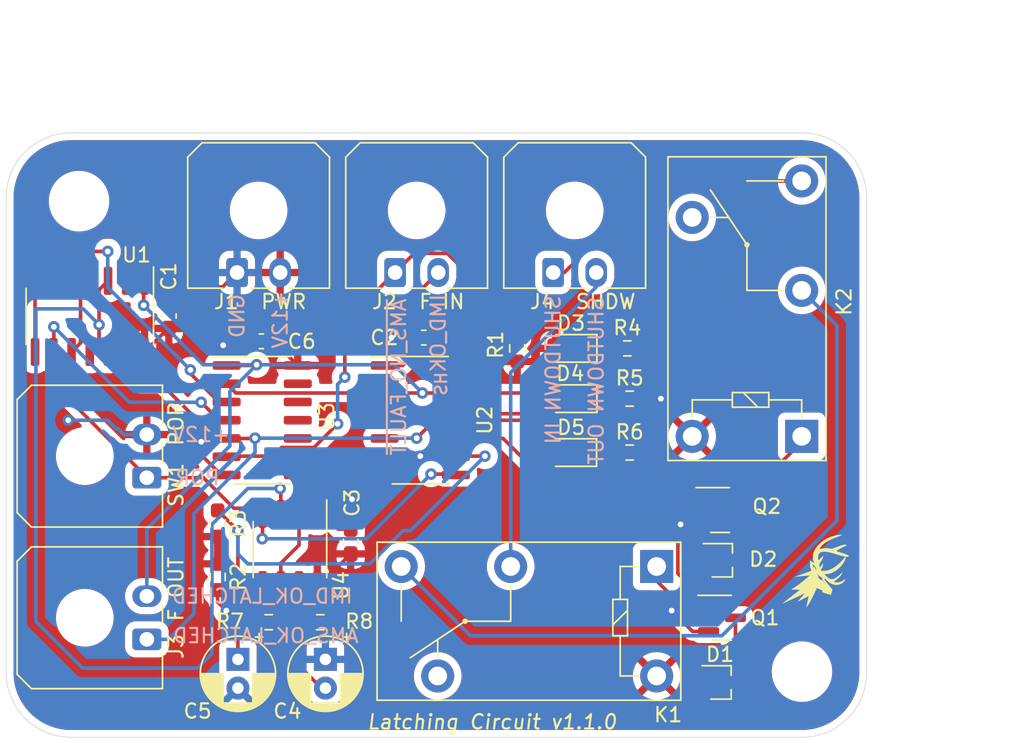
<source format=kicad_pcb>
(kicad_pcb (version 20211014) (generator pcbnew)
  (title_block (title "Latch Circuit") (date "01/01/2002") (rev "1.1.0") (company "SUFST") (comment 1 "STAG 9") (comment 2 "Marek Frodyma"))
  (layers (0 "F.Cu" signal) (31 "B.Cu" signal) (34 "B.Paste" user) (35 "F.Paste" user) (36 "B.SilkS" user "B.Silkscreen") (37 "F.SilkS" user "F.Silkscreen") (38 "B.Mask" user) (39 "F.Mask" user) (44 "Edge.Cuts" user))
  (net 0 "")
  (net 1 "Net-(C4-Pad1)")
  (net 2 "GND")
  (net 3 "Net-(D1-Pad1)")
  (net 5 "+12V")
  (net 6 "Net-(D2-Pad1)")
  (net 8 "Net-(D3-Pad1)")
  (net 9 "/IMD_OK_LATCHED")
  (net 10 "Net-(D4-Pad1)")
  (net 11 "/AMS_OK_LATCHED")
  (net 12 "/~{AMS_NO_FAULT}")
  (net 13 "/IMD_OK_{HS}")
  (net 14 "/SHUTDOWN_IN")
  (net 15 "/SHUTDOWN_OUT")
  (net 16 "Net-(K1-Pad3)")
  (net 19 "/POR")
  (net 21 "/Trigger")
  (net 22 "Net-(D5-Pad1)")
  (net 23 "Net-(Q1-Pad1)")
  (net 25 "Net-(U2-Pad2)")
  (net 26 "Net-(Q2-Pad1)")
  (net 27 "Net-(R7-Pad2)")
  (net 28 "/CLK")
  (net 29 "Net-(U1-Pad5)")
  (net 30 "Net-(U1-Pad9)")
  (footprint "MountingHole:MountingHole_3.2mm_M3" (layer "F.Cu") (at 162.105519 110.75)
    (fp_text reference "H2" hide)
    (fp_text value "MountingHole")
    (pad "" np_thru_hole circle (at 0 0) (size 3.2 3.2) (drill 3.2) (layers *.Cu *.Mask))
  )
  (footprint "Package_SO:SOIC-14_3.9x8.7mm_P1.27mm" (layer "F.Cu") (at 112.5375 86.025 -90)
    (fp_text reference "U1" (at -4.275 -3.25 180) (layer "F.SilkS"))
    (fp_text value "4013")
    (pad "1" smd roundrect (at -2.475 -3.81 270) (size 1.95 0.6) (layers "F.Cu" "F.Paste" "F.Mask") (net 9 "/IMD_OK_LATCHED"))
    (pad "2" smd roundrect (at -2.475 -2.54 270) (size 1.95 0.6) (layers "F.Cu" "F.Paste" "F.Mask"))
    (pad "3" smd roundrect (at -2.475 -1.27 270) (size 1.95 0.6) (layers "F.Cu" "F.Paste" "F.Mask") (net 28 "/CLK"))
    (pad "4" smd roundrect (at -2.475 0 270) (size 1.95 0.6) (layers "F.Cu" "F.Paste" "F.Mask") (net 19 "/POR"))
    (pad "5" smd roundrect (at -2.475 1.27 270) (size 1.95 0.6) (layers "F.Cu" "F.Paste" "F.Mask") (net 29 "Net-(U1-Pad5)"))
    (pad "6" smd roundrect (at -2.475 2.54 270) (size 1.95 0.6) (layers "F.Cu" "F.Paste" "F.Mask") (net 2 "GND"))
    (pad "7" smd roundrect (at -2.475 3.81 270) (size 1.95 0.6) (layers "F.Cu" "F.Paste" "F.Mask") (net 2 "GND"))
    (pad "8" smd roundrect (at 2.475 3.81 270) (size 1.95 0.6) (layers "F.Cu" "F.Paste" "F.Mask") (net 2 "GND"))
    (pad "9" smd roundrect (at 2.475 2.54 270) (size 1.95 0.6) (layers "F.Cu" "F.Paste" "F.Mask") (net 30 "Net-(U1-Pad9)"))
    (pad "10" smd roundrect (at 2.475 1.27 270) (size 1.95 0.6) (layers "F.Cu" "F.Paste" "F.Mask") (net 19 "/POR"))
    (pad "11" smd roundrect (at 2.475 0 270) (size 1.95 0.6) (layers "F.Cu" "F.Paste" "F.Mask") (net 28 "/CLK"))
    (pad "12" smd roundrect (at 2.475 -1.27 270) (size 1.95 0.6) (layers "F.Cu" "F.Paste" "F.Mask"))
    (pad "13" smd roundrect (at 2.475 -2.54 270) (size 1.95 0.6) (layers "F.Cu" "F.Paste" "F.Mask") (net 11 "/AMS_OK_LATCHED"))
    (pad "14" smd roundrect (at 2.475 -3.81 270) (size 1.95 0.6) (layers "F.Cu" "F.Paste" "F.Mask") (net 5 "+12V"))
  )
  (footprint "Resistor_SMD:R_0603_1608Metric_Pad0.98x0.95mm_HandSolder" (layer "F.Cu") (at 142.2875 88.25 90)
    (fp_text reference "R1" (at 0.25 -1.5 90) (layer "F.SilkS"))
    (fp_text value "10k")
    (pad "1" smd roundrect (at -0.9125 0 90) (size 0.975 0.95) (layers "F.Cu" "F.Paste" "F.Mask") (net 5 "+12V"))
    (pad "2" smd roundrect (at 0.9125 0 90) (size 0.975 0.95) (layers "F.Cu" "F.Paste" "F.Mask") (net 12 "/~{AMS_NO_FAULT}"))
  )
  (footprint "LED_SMD:LED_0805_2012Metric_Pad1.15x1.40mm_HandSolder" (layer "F.Cu") (at 145.975 88.25 180)
    (fp_text reference "D3" (at -0.0625 1.75) (layer "F.SilkS"))
    (fp_text value "LED")
    (pad "1" smd roundrect (at -1.025 0 180) (size 1.15 1.4) (layers "F.Cu" "F.Paste" "F.Mask") (roundrect_rratio 0.217391) (net 8 "Net-(D3-Pad1)"))
    (pad "2" smd roundrect (at 1.025 0 180) (size 1.15 1.4) (layers "F.Cu" "F.Paste" "F.Mask") (roundrect_rratio 0.217391) (net 5 "+12V"))
  )
  (footprint "LOGO" (layer "F.Cu") (at 163.0375 103.75)
    (fp_text reference "G***" hide)
    (fp_text value "LOGO" hide)
  )
  (footprint "Package_SO:SOIC-8_3.9x4.9mm_P1.27mm" (layer "F.Cu") (at 126.4675 102.25 -90)
    (fp_text reference "U4" (at 2.5 -3.57 90) (layer "F.SilkS"))
    (fp_text value "LMC555xM")
    (pad "1" smd roundrect (at -2.475 -1.905 270) (size 1.95 0.6) (layers "F.Cu" "F.Paste" "F.Mask") (net 2 "GND"))
    (pad "2" smd roundrect (at -2.475 -0.635 270) (size 1.95 0.6) (layers "F.Cu" "F.Paste" "F.Mask") (net 21 "/Trigger"))
    (pad "3" smd roundrect (at -2.475 0.635 270) (size 1.95 0.6) (layers "F.Cu" "F.Paste" "F.Mask") (net 28 "/CLK"))
    (pad "4" smd roundrect (at -2.475 1.905 270) (size 1.95 0.6) (layers "F.Cu" "F.Paste" "F.Mask") (net 19 "/POR"))
    (pad "5" smd roundrect (at 2.475 1.905 270) (size 1.95 0.6) (layers "F.Cu" "F.Paste" "F.Mask"))
    (pad "6" smd roundrect (at 2.475 0.635 270) (size 1.95 0.6) (layers "F.Cu" "F.Paste" "F.Mask") (net 21 "/Trigger"))
    (pad "7" smd roundrect (at 2.475 -0.635 270) (size 1.95 0.6) (layers "F.Cu" "F.Paste" "F.Mask") (net 27 "Net-(R7-Pad2)"))
    (pad "8" smd roundrect (at 2.475 -1.905 270) (size 1.95 0.6) (layers "F.Cu" "F.Paste" "F.Mask") (net 5 "+12V"))
  )
  (footprint "Resistor_SMD:R_0603_1608Metric_Pad0.98x0.95mm_HandSolder" (layer "F.Cu") (at 124.9875 107.31)
    (fp_text reference "R7" (at -2.7 -0.06) (layer "F.SilkS"))
    (fp_text value "2k")
    (pad "1" smd roundrect (at -0.9125 0) (size 0.975 0.95) (layers "F.Cu" "F.Paste" "F.Mask") (net 21 "/Trigger"))
    (pad "2" smd roundrect (at 0.9125 0) (size 0.975 0.95) (layers "F.Cu" "F.Paste" "F.Mask") (net 27 "Net-(R7-Pad2)"))
  )
  (footprint "Resistor_SMD:R_0603_1608Metric_Pad0.98x0.95mm_HandSolder" (layer "F.Cu") (at 150.1125 91.75)
    (fp_text reference "R5" (at 0 -1.43) (layer "F.SilkS"))
    (fp_text value "1k")
    (pad "1" smd roundrect (at -0.9125 0) (size 0.975 0.95) (layers "F.Cu" "F.Paste" "F.Mask") (net 10 "Net-(D4-Pad1)"))
    (pad "2" smd roundrect (at 0.9125 0) (size 0.975 0.95) (layers "F.Cu" "F.Paste" "F.Mask") (net 2 "GND"))
  )
  (footprint "Connector_Molex:Molex_Micro-Fit_3.0_43650-0200_1x02_P3.00mm_Horizontal" (layer "F.Cu") (at 133.7875 82.97)
    (fp_text reference "J2" (at -0.75 2.03) (layer "F.SilkS"))
    (fp_text value "IMD_AMS")
    (pad "" np_thru_hole circle (at 1.5 -4.32) (size 3 3) (drill 3) (layers *.Cu *.Mask))
    (pad "1" thru_hole roundrect (at 0 0) (size 1.5 2.02) (drill 1.02) (layers *.Cu *.Mask) (roundrect_rratio 0.166667) (net 12 "/~{AMS_NO_FAULT}"))
    (pad "2" thru_hole oval (at 3 0) (size 1.5 2.02) (drill 1.02) (layers *.Cu *.Mask) (net 13 "/IMD_OK_{HS}"))
  )
  (footprint "Capacitor_THT:CP_Radial_D5.0mm_P2.00mm" (layer "F.Cu") (at 128.9375 109.894888 -90)
    (fp_text reference "C5" (at 3.605112 8.9 180) (layer "F.SilkS"))
    (fp_text value "1u")
    (pad "1" thru_hole rect (at 0 0 270) (size 1.6 1.6) (drill 0.8) (layers *.Cu *.Mask) (net 2 "GND"))
    (pad "2" thru_hole circle (at 2 0 270) (size 1.6 1.6) (drill 0.8) (layers *.Cu *.Mask) (net 21 "/Trigger"))
  )
  (footprint "Resistor_SMD:R_0603_1608Metric_Pad0.98x0.95mm_HandSolder" (layer "F.Cu") (at 149.95 88.25)
    (fp_text reference "R4" (at 0 -1.43) (layer "F.SilkS"))
    (fp_text value "1k")
    (pad "1" smd roundrect (at -0.9125 0) (size 0.975 0.95) (layers "F.Cu" "F.Paste" "F.Mask") (net 8 "Net-(D3-Pad1)"))
    (pad "2" smd roundrect (at 0.9125 0) (size 0.975 0.95) (layers "F.Cu" "F.Paste" "F.Mask") (net 2 "GND"))
  )
  (footprint "Resistor_SMD:R_0603_1608Metric_Pad0.98x0.95mm_HandSolder" (layer "F.Cu") (at 121.4375 100.44 -90)
    (fp_text reference "R3" (at 0 -1.43 90) (layer "F.SilkS"))
    (fp_text value "10k")
    (pad "1" smd roundrect (at -0.9125 0 270) (size 0.975 0.95) (layers "F.Cu" "F.Paste" "F.Mask") (net 1 "Net-(C4-Pad1)"))
    (pad "2" smd roundrect (at 0.9125 0 270) (size 0.975 0.95) (layers "F.Cu" "F.Paste" "F.Mask") (net 5 "+12V"))
  )
  (footprint "Package_SO:SOIC-14_3.9x8.7mm_P1.27mm" (layer "F.Cu") (at 124.5375 93.25)
    (fp_text reference "U3" (at 4.5 -0.25 90) (layer "F.SilkS"))
    (fp_text value "4071")
    (pad "1" smd roundrect (at -2.475 -3.81) (size 1.95 0.6) (layers "F.Cu" "F.Paste" "F.Mask") (net 9 "/IMD_OK_LATCHED"))
    (pad "2" smd roundrect (at -2.475 -2.54) (size 1.95 0.6) (layers "F.Cu" "F.Paste" "F.Mask") (net 25 "Net-(U2-Pad2)"))
    (pad "3" smd roundrect (at -2.475 -1.27) (size 1.95 0.6) (layers "F.Cu" "F.Paste" "F.Mask") (net 29 "Net-(U1-Pad5)"))
    (pad "4" smd roundrect (at -2.475 0) (size 1.95 0.6) (layers "F.Cu" "F.Paste" "F.Mask") (net 30 "Net-(U1-Pad9)"))
    (pad "5" smd roundrect (at -2.475 1.27) (size 1.95 0.6) (layers "F.Cu" "F.Paste" "F.Mask") (net 11 "/AMS_OK_LATCHED"))
    (pad "6" smd roundrect (at -2.475 2.54) (size 1.95 0.6) (layers "F.Cu" "F.Paste" "F.Mask") (net 12 "/~{AMS_NO_FAULT}"))
    (pad "7" smd roundrect (at -2.475 3.81) (size 1.95 0.6) (layers "F.Cu" "F.Paste" "F.Mask") (net 2 "GND"))
    (pad "8" smd roundrect (at 2.475 3.81) (size 1.95 0.6) (layers "F.Cu" "F.Paste" "F.Mask"))
    (pad "9" smd roundrect (at 2.475 2.54) (size 1.95 0.6) (layers "F.Cu" "F.Paste" "F.Mask"))
    (pad "10" smd roundrect (at 2.475 1.27) (size 1.95 0.6) (layers "F.Cu" "F.Paste" "F.Mask"))
    (pad "11" smd roundrect (at 2.475 0) (size 1.95 0.6) (layers "F.Cu" "F.Paste" "F.Mask"))
    (pad "12" smd roundrect (at 2.475 -1.27) (size 1.95 0.6) (layers "F.Cu" "F.Paste" "F.Mask"))
    (pad "13" smd roundrect (at 2.475 -2.54) (size 1.95 0.6) (layers "F.Cu" "F.Paste" "F.Mask"))
    (pad "14" smd roundrect (at 2.475 -3.81) (size 1.95 0.6) (layers "F.Cu" "F.Paste" "F.Mask") (net 5 "+12V"))
  )
  (footprint "Package_TO_SOT_SMD:SOT-23" (layer "F.Cu") (at 156.5375 107)
    (fp_text reference "Q1" (at 3 0) (layer "F.SilkS"))
    (fp_text value "XP262N7002TR-G")
    (pad "1" smd roundrect (at -0.9375 -0.95) (size 1.475 0.6) (layers "F.Cu" "F.Paste" "F.Mask") (net 23 "Net-(Q1-Pad1)"))
    (pad "2" smd roundrect (at -0.9375 0.95) (size 1.475 0.6) (layers "F.Cu" "F.Paste" "F.Mask") (net 2 "GND"))
    (pad "3" smd roundrect (at 0.9375 0) (size 1.475 0.6) (layers "F.Cu" "F.Paste" "F.Mask") (net 3 "Net-(D1-Pad1)"))
  )
  (footprint "Capacitor_THT:CP_Radial_D5.0mm_P2.00mm" (layer "F.Cu") (at 122.8475 109.894888 -90)
    (fp_text reference "C4" (at 3.605112 -3.44 180) (layer "F.SilkS"))
    (fp_text value "10u")
    (pad "1" thru_hole rect (at 0 0 270) (size 1.6 1.6) (drill 0.8) (layers *.Cu *.Mask) (net 1 "Net-(C4-Pad1)"))
    (pad "2" thru_hole circle (at 2 0 270) (size 1.6 1.6) (drill 0.8) (layers *.Cu *.Mask) (net 2 "GND"))
  )
  (footprint "Resistor_SMD:R_0603_1608Metric_Pad0.98x0.95mm_HandSolder" (layer "F.Cu") (at 128.5775 107.31)
    (fp_text reference "R8" (at 2.71 -0.06) (layer "F.SilkS"))
    (fp_text value "1k")
    (pad "1" smd roundrect (at -0.9125 0) (size 0.975 0.95) (layers "F.Cu" "F.Paste" "F.Mask") (net 27 "Net-(R7-Pad2)"))
    (pad "2" smd roundrect (at 0.9125 0) (size 0.975 0.95) (layers "F.Cu" "F.Paste" "F.Mask") (net 5 "+12V"))
  )
  (footprint "Capacitor_SMD:C_0603_1608Metric_Pad1.08x0.95mm_HandSolder" (layer "F.Cu") (at 124.48 87.76 180)
    (fp_text reference "C6" (at -2.8075 -0.01) (layer "F.SilkS"))
    (fp_text value "100n")
    (pad "1" smd roundrect (at -0.8625 0 180) (size 1.075 0.95) (layers "F.Cu" "F.Paste" "F.Mask") (net 5 "+12V"))
    (pad "2" smd roundrect (at 0.8625 0 180) (size 1.075 0.95) (layers "F.Cu" "F.Paste" "F.Mask") (net 2 "GND"))
  )
  (footprint "Package_TO_SOT_SMD:SOT-323_SC-70" (layer "F.Cu") (at 156.4475 111.5)
    (fp_text reference "D1" (at -0.05 -1.95) (layer "F.SilkS"))
    (fp_text value "BAT54W")
    (pad "1" smd rect (at -1 -0.65 270) (size 0.45 0.7) (layers "F.Cu" "F.Paste" "F.Mask") (net 3 "Net-(D1-Pad1)"))
    (pad "2" smd rect (at -1 0.65 270) (size 0.45 0.7) (layers "F.Cu" "F.Paste" "F.Mask"))
    (pad "3" smd rect (at 1 0 270) (size 0.45 0.7) (layers "F.Cu" "F.Paste" "F.Mask") (net 5 "+12V"))
  )
  (footprint "Connector_Molex:Molex_Micro-Fit_3.0_43650-0200_1x02_P3.00mm_Horizontal" (layer "F.Cu") (at 144.7875 82.97)
    (fp_text reference "J4" (at -0.75 2.03) (layer "F.SilkS"))
    (fp_text value "Shutdown")
    (pad "" np_thru_hole circle (at 1.5 -4.32) (size 3 3) (drill 3) (layers *.Cu *.Mask))
    (pad "1" thru_hole roundrect (at 0 0) (size 1.5 2.02) (drill 1.02) (layers *.Cu *.Mask) (roundrect_rratio 0.166667) (net 14 "/SHUTDOWN_IN"))
    (pad "2" thru_hole oval (at 3 0) (size 1.5 2.02) (drill 1.02) (layers *.Cu *.Mask) (net 15 "/SHUTDOWN_OUT"))
  )
  (footprint "Connector_Molex:Molex_Micro-Fit_3.0_43650-0200_1x02_P3.00mm_Horizontal" (layer "F.Cu") (at 122.7875 82.97)
    (fp_text reference "J1" (at -0.75 2.03 180) (layer "F.SilkS"))
    (fp_text value "12V_Power")
    (pad "" np_thru_hole circle (at 1.5 -4.32) (size 3 3) (drill 3) (layers *.Cu *.Mask))
    (pad "1" thru_hole roundrect (at 0 0) (size 1.5 2.02) (drill 1.02) (layers *.Cu *.Mask) (roundrect_rratio 0.166667) (net 2 "GND"))
    (pad "2" thru_hole oval (at 3 0) (size 1.5 2.02) (drill 1.02) (layers *.Cu *.Mask) (net 5 "+12V"))
  )
  (footprint "LED_SMD:LED_0805_2012Metric_Pad1.15x1.40mm_HandSolder" (layer "F.Cu") (at 145.975 91.75 180)
    (fp_text reference "D4" (at 0 1.75) (layer "F.SilkS"))
    (fp_text value "LED")
    (pad "1" smd roundrect (at -1.025 0 180) (size 1.15 1.4) (layers "F.Cu" "F.Paste" "F.Mask") (roundrect_rratio 0.217391) (net 10 "Net-(D4-Pad1)"))
    (pad "2" smd roundrect (at 1.025 0 180) (size 1.15 1.4) (layers "F.Cu" "F.Paste" "F.Mask") (roundrect_rratio 0.217391) (net 9 "/IMD_OK_LATCHED"))
  )
  (footprint "Relay_THT:Relay_SPDT_Omron-G5Q-1" (layer "F.Cu") (at 151.9925 103.43 180)
    (fp_text reference "K1" (at -0.795 -10.32) (layer "F.SilkS"))
    (fp_text value "G5Q-1EU DC12")
    (pad "1" thru_hole rect (at 0 0) (size 2.3 2.3) (drill 1.3) (layers *.Cu *.Mask) (net 3 "Net-(D1-Pad1)"))
    (pad "2" thru_hole circle (at 10.16 0) (size 2.3 2.3) (drill 1.3) (layers *.Cu *.Mask) (net 15 "/SHUTDOWN_OUT"))
    (pad "3" thru_hole circle (at 17.78 0) (size 2.3 2.3) (drill 1.3) (layers *.Cu *.Mask) (net 16 "Net-(K1-Pad3)"))
    (pad "4" thru_hole circle (at 15.24 -7.62) (size 2.3 2.3) (drill 1.3) (layers *.Cu *.Mask))
    (pad "5" thru_hole circle (at 0 -7.62) (size 2.3 2.3) (drill 1.3) (layers *.Cu *.Mask) (net 5 "+12V"))
  )
  (footprint "Package_TO_SOT_SMD:SOT-23" (layer "F.Cu") (at 156.4075 99.5)
    (fp_text reference "Q2" (at 3.25 -0.25) (layer "F.SilkS"))
    (fp_text value "XP262N7002TR-G")
    (pad "1" smd roundrect (at -0.9375 -0.95) (size 1.475 0.6) (layers "F.Cu" "F.Paste" "F.Mask") (net 26 "Net-(Q2-Pad1)"))
    (pad "2" smd roundrect (at -0.9375 0.95) (size 1.475 0.6) (layers "F.Cu" "F.Paste" "F.Mask") (net 2 "GND"))
    (pad "3" smd roundrect (at 0.9375 0) (size 1.475 0.6) (layers "F.Cu" "F.Paste" "F.Mask") (net 6 "Net-(D2-Pad1)"))
  )
  (footprint "Package_TO_SOT_SMD:SOT-323_SC-70" (layer "F.Cu") (at 156.5375 103)
    (fp_text reference "D2" (at 2.87 -0.07) (layer "F.SilkS"))
    (fp_text value "BAT54W")
    (pad "1" smd rect (at -1 -0.65 270) (size 0.45 0.7) (layers "F.Cu" "F.Paste" "F.Mask") (net 6 "Net-(D2-Pad1)"))
    (pad "2" smd rect (at -1 0.65 270) (size 0.45 0.7) (layers "F.Cu" "F.Paste" "F.Mask"))
    (pad "3" smd rect (at 1 0 270) (size 0.45 0.7) (layers "F.Cu" "F.Paste" "F.Mask") (net 5 "+12V"))
  )
  (footprint "Capacitor_SMD:C_0603_1608Metric_Pad1.08x0.95mm_HandSolder" (layer "F.Cu") (at 130.6975 101.69 90)
    (fp_text reference "C3" (at 2.69 0.09 270) (layer "F.SilkS"))
    (fp_text value "100n")
    (pad "1" smd roundrect (at -0.8625 0 90) (size 1.075 0.95) (layers "F.Cu" "F.Paste" "F.Mask") (net 5 "+12V"))
    (pad "2" smd roundrect (at 0.8625 0 90) (size 1.075 0.95) (layers "F.Cu" "F.Paste" "F.Mask") (net 2 "GND"))
  )
  (footprint "Capacitor_SMD:C_0603_1608Metric_Pad1.08x0.95mm_HandSolder" (layer "F.Cu") (at 118.0375 86 90)
    (fp_text reference "C1" (at 2.75 0 90) (layer "F.SilkS"))
    (fp_text value "100n")
    (pad "1" smd roundrect (at -0.8625 0 90) (size 1.075 0.95) (layers "F.Cu" "F.Paste" "F.Mask") (net 5 "+12V"))
    (pad "2" smd roundrect (at 0.8625 0 90) (size 1.075 0.95) (layers "F.Cu" "F.Paste" "F.Mask") (net 2 "GND"))
  )
  (footprint "LED_SMD:LED_0805_2012Metric_Pad1.15x1.40mm_HandSolder" (layer "F.Cu") (at 145.95 95.5 180)
    (fp_text reference "D5" (at -0.0875 1.75) (layer "F.SilkS"))
    (fp_text value "LED")
    (pad "1" smd roundrect (at -1.025 0 180) (size 1.15 1.4) (layers "F.Cu" "F.Paste" "F.Mask") (roundrect_rratio 0.217391) (net 22 "Net-(D5-Pad1)"))
    (pad "2" smd roundrect (at 1.025 0 180) (size 1.15 1.4) (layers "F.Cu" "F.Paste" "F.Mask") (roundrect_rratio 0.217391) (net 11 "/AMS_OK_LATCHED"))
  )
  (footprint "Connector_Molex:Molex_Micro-Fit_3.0_43650-0200_1x02_P3.00mm_Horizontal" (layer "F.Cu") (at 116.5075 97.25 90)
    (fp_text reference "SW1" (at -0.5 2.03 90) (layer "F.SilkS"))
    (fp_text value "Reset")
    (pad "" np_thru_hole circle (at 1.5 -4.32 90) (size 3 3) (drill 3) (layers *.Cu *.Mask))
    (pad "1" thru_hole roundrect (at 0 0 90) (size 1.5 2.02) (drill 1.02) (layers *.Cu *.Mask) (roundrect_rratio 0.166667) (net 19 "/POR"))
    (pad "2" thru_hole oval (at 3 0 90) (size 1.5 2.02) (drill 1.02) (layers *.Cu *.Mask) (net 5 "+12V"))
  )
  (footprint "Capacitor_SMD:C_0603_1608Metric_Pad1.08x0.95mm_HandSolder" (layer "F.Cu") (at 135.7875 87.5 180)
    (fp_text reference "C2" (at 2.75 0) (layer "F.SilkS"))
    (fp_text value "100n")
    (pad "1" smd roundrect (at -0.8625 0 180) (size 1.075 0.95) (layers "F.Cu" "F.Paste" "F.Mask") (net 5 "+12V"))
    (pad "2" smd roundrect (at 0.8625 0 180) (size 1.075 0.95) (layers "F.Cu" "F.Paste" "F.Mask") (net 2 "GND"))
  )
  (footprint "Package_SO:SO-14_3.9x8.65mm_P1.27mm" (layer "F.Cu") (at 135.5375 93.25)
    (fp_text reference "U2" (at 4.5 0 90) (layer "F.SilkS"))
    (fp_text value "40106")
    (pad "1" smd roundrect (at -2.475 -3.81) (size 1.95 0.6) (layers "F.Cu" "F.Paste" "F.Mask") (net 13 "/IMD_OK_{HS}"))
    (pad "2" smd roundrect (at -2.475 -2.54) (size 1.95 0.6) (layers "F.Cu" "F.Paste" "F.Mask") (net 25 "Net-(U2-Pad2)"))
    (pad "3" smd roundrect (at -2.475 -1.27) (size 1.95 0.6) (layers "F.Cu" "F.Paste" "F.Mask") (net 9 "/IMD_OK_LATCHED"))
    (pad "4" smd roundrect (at -2.475 0) (size 1.95 0.6) (layers "F.Cu" "F.Paste" "F.Mask") (net 26 "Net-(Q2-Pad1)"))
    (pad "5" smd roundrect (at -2.475 1.27) (size 1.95 0.6) (layers "F.Cu" "F.Paste" "F.Mask"))
    (pad "6" smd roundrect (at -2.475 2.54) (size 1.95 0.6) (layers "F.Cu" "F.Paste" "F.Mask"))
    (pad "7" smd roundrect (at -2.475 3.81) (size 1.95 0.6) (layers "F.Cu" "F.Paste" "F.Mask") (net 2 "GND"))
    (pad "8" smd roundrect (at 2.475 3.81) (size 1.95 0.6) (layers "F.Cu" "F.Paste" "F.Mask") (net 19 "/POR"))
    (pad "9" smd roundrect (at 2.475 2.54) (size 1.95 0.6) (layers "F.Cu" "F.Paste" "F.Mask") (net 1 "Net-(C4-Pad1)"))
    (pad "10" smd roundrect (at 2.475 1.27) (size 1.95 0.6) (layers "F.Cu" "F.Paste" "F.Mask") (net 23 "Net-(Q1-Pad1)"))
    (pad "11" smd roundrect (at 2.475 0) (size 1.95 0.6) (layers "F.Cu" "F.Paste" "F.Mask") (net 11 "/AMS_OK_LATCHED"))
    (pad "12" smd roundrect (at 2.475 -1.27) (size 1.95 0.6) (layers "F.Cu" "F.Paste" "F.Mask"))
    (pad "13" smd roundrect (at 2.475 -2.54) (size 1.95 0.6) (layers "F.Cu" "F.Paste" "F.Mask"))
    (pad "14" smd roundrect (at 2.475 -3.81) (size 1.95 0.6) (layers "F.Cu" "F.Paste" "F.Mask") (net 5 "+12V"))
  )
  (footprint "Connector_Molex:Molex_Micro-Fit_3.0_43650-0200_1x02_P3.00mm_Horizontal" (layer "F.Cu") (at 116.5075 108.5 90)
    (fp_text reference "J3" (at -0.5 2.03 90) (layer "F.SilkS"))
    (fp_text value "ExternalLEDs")
    (pad "" np_thru_hole circle (at 1.5 -4.32 90) (size 3 3) (drill 3) (layers *.Cu *.Mask))
    (pad "1" thru_hole roundrect (at 0 0 90) (size 1.5 2.02) (drill 1.02) (layers *.Cu *.Mask) (roundrect_rratio 0.166667) (net 11 "/AMS_OK_LATCHED"))
    (pad "2" thru_hole oval (at 3 0 90) (size 1.5 2.02) (drill 1.02) (layers *.Cu *.Mask) (net 9 "/IMD_OK_LATCHED"))
  )
  (footprint "MountingHole:MountingHole_3.2mm_M3" (layer "F.Cu") (at 111.7875 78)
    (fp_text reference "H1" hide)
    (fp_text value "MountingHole")
    (pad "" np_thru_hole circle (at 0 0) (size 3.2 3.2) (drill 3.2) (layers *.Cu *.Mask))
  )
  (footprint "Relay_THT:Relay_SPDT_Omron-G5Q-1" (layer "F.Cu") (at 162.0875 94.375 90)
    (fp_text reference "K2" (at 9.375 2.95 90) (layer "F.SilkS"))
    (fp_text value "G5Q-1EU DC12")
    (pad "1" thru_hole rect (at 0 0 270) (size 2.3 2.3) (drill 1.3) (layers *.Cu *.Mask) (net 6 "Net-(D2-Pad1)"))
    (pad "2" thru_hole circle (at 10.16 0 270) (size 2.3 2.3) (drill 1.3) (layers *.Cu *.Mask) (net 16 "Net-(K1-Pad3)"))
    (pad "3" thru_hole circle (at 17.78 0 270) (size 2.3 2.3) (drill 1.3) (layers *.Cu *.Mask) (net 14 "/SHUTDOWN_IN"))
    (pad "4" thru_hole circle (at 15.24 -7.62 270) (size 2.3 2.3) (drill 1.3) (layers *.Cu *.Mask))
    (pad "5" thru_hole circle (at 0 -7.62 270) (size 2.3 2.3) (drill 1.3) (layers *.Cu *.Mask) (net 5 "+12V"))
  )
  (footprint "Resistor_SMD:R_0603_1608Metric_Pad0.98x0.95mm_HandSolder" (layer "F.Cu") (at 121.4375 104.16 -90)
    (fp_text reference "R2" (at 0 -1.43 90) (layer "F.SilkS"))
    (fp_text value "10k")
    (pad "1" smd roundrect (at -0.9125 0 270) (size 0.975 0.95) (layers "F.Cu" "F.Paste" "F.Mask") (net 5 "+12V"))
    (pad "2" smd roundrect (at 0.9125 0 270) (size 0.975 0.95) (layers "F.Cu" "F.Paste" "F.Mask") (net 2 "GND"))
  )
  (footprint "Resistor_SMD:R_0603_1608Metric_Pad0.98x0.95mm_HandSolder" (layer "F.Cu") (at 150.1125 95.5)
    (fp_text reference "R6" (at 0 -1.43) (layer "F.SilkS"))
    (fp_text value "1k")
    (pad "1" smd roundrect (at -0.9125 0) (size 0.975 0.95) (layers "F.Cu" "F.Paste" "F.Mask") (net 22 "Net-(D5-Pad1)"))
    (pad "2" smd roundrect (at 0.9125 0) (size 0.975 0.95) (layers "F.Cu" "F.Paste" "F.Mask") (net 2 "GND"))
  )
  (gr_line (start 166.605519 110.818019) (end 166.605519 77.75) (layer "Edge.Cuts") (width 0.05))
  (gr_line (start 162.105519 115.318019) (end 111.219481 115.318019) (layer "Edge.Cuts") (width 0.05))
  (gr_line (start 111.219481 73.25) (end 162.105519 73.25) (layer "Edge.Cuts") (width 0.05))
  (gr_arc (start 162.105519 73.25) (mid 165.287487 74.568026) (end 166.605519 77.75) (layer "Edge.Cuts") (width 0.05))
  (gr_arc (start 111.219481 115.318019) (mid 108.037506 113.999994) (end 106.719481 110.818019) (layer "Edge.Cuts") (width 0.05))
  (gr_line (start 106.719481 110.818019) (end 106.719481 77.75) (layer "Edge.Cuts") (width 0.05))
  (gr_arc (start 106.719481 77.75) (mid 108.037499 74.568013) (end 111.219481 73.25) (layer "Edge.Cuts") (width 0.05))
  (gr_arc (start 166.605519 110.818019) (mid 165.287494 113.999994) (end 162.105519 115.318019) (layer "Edge.Cuts") (width 0.05))
  (gr_text "~{AMS_NO_FAULT}" (at 134.0375 90.25 90) (layer "B.SilkS") (effects (font (size 1 1)) (justify mirror)))
  (gr_text "IMD_OK_{HS}" (at 136.7875 88 90) (layer "B.SilkS") (effects (font (size 1 1)) (justify mirror)))
  (gr_text "GND" (at 122.7875 86 90) (layer "B.SilkS") (effects (font (size 1 1)) (justify mirror)))
  (gr_text "AMS_OK_LATCHED" (at 124.7875 108.25) (layer "B.SilkS") (effects (font (size 1 1)) (justify mirror)))
  (gr_text "SHUTDOWN IN" (at 144.7875 89.75 90) (layer "B.SilkS") (effects (font (size 1 1)) (justify mirror)))
  (gr_text "+12V" (at 120.2875 94.25) (layer "B.SilkS") (effects (font (size 1 1)) (justify mirror)))
  (gr_text "POR" (at 120.0375 97.25) (layer "B.SilkS") (effects (font (size 1 1)) (justify mirror)))
  (gr_text "SHUTDOWN OUT" (at 147.7875 90.5 90) (layer "B.SilkS") (effects (font (size 1 1)) (justify mirror)))
  (gr_text "IMD_OK_LATCHED" (at 124.5375 105.5) (layer "B.SilkS") (effects (font (size 1 1)) (justify mirror)))
  (gr_text "+12V" (at 125.7875 86.25 90) (layer "B.SilkS") (effects (font (size 1 1)) (justify mirror)))
  (gr_text "POR" (at 118.5375 93.5 90) (layer "F.SilkS") (effects (font (size 1 1))))
  (gr_text "F IN" (at 137.0375 85) (layer "F.SilkS") (effects (font (size 1 1))))
  (gr_text "Latching Circuit v1.1.0" (at 140.5375 114.25) (layer "F.SilkS") (effects (font (size 1 1) (thickness 0.15) italic)))
  (gr_text "F OUT" (at 118.5375 105 90) (layer "F.SilkS") (effects (font (size 1 1))))
  (gr_text "PWR" (at 126.0375 85) (layer "F.SilkS") (effects (font (size 1 1))))
  (gr_text "SHDW" (at 148.439267 85) (layer "F.SilkS") (effects (font (size 1 1))))
  (segment (start 138.0525 95.75) (end 138.0125 95.79) (width 0.25) (layer "F.Cu") (net 1))
  (segment (start 121.4375 99.5275) (end 122.8475 100.9375) (width 0.25) (layer "F.Cu") (net 1))
  (segment (start 140.0375 95.75) (end 138.0525 95.75) (width 0.25) (layer "F.Cu") (net 1))
  (segment (start 122.8475 100.9375) (end 122.8475 109.894888) (width 0.25) (layer "F.Cu") (net 1))
  (via (at 122.8475 100.9375) (size 0.8) (drill 0.4) (layers "F.Cu" "B.Cu") (net 1))
  (via (at 140.0375 95.75) (size 0.8) (drill 0.4) (layers "F.Cu" "B.Cu") (net 1))
  (segment (start 134.85 100.9375) (end 140.0375 95.75) (width 0.25) (layer "B.Cu") (net 1))
  (segment (start 123.5375 103.25) (end 132.0375 103.25) (width 0.25) (layer "B.Cu") (net 1))
  (segment (start 122.8475 102.56) (end 123.5375 103.25) (width 0.25) (layer "B.Cu") (net 1))
  (segment (start 122.8475 100.9375) (end 122.8475 102.56) (width 0.25) (layer "B.Cu") (net 1))
  (segment (start 132.0375 103.25) (end 134.35 100.9375) (width 0.25) (layer "B.Cu") (net 1))
  (segment (start 134.35 100.9375) (end 134.85 100.9375) (width 0.25) (layer "B.Cu") (net 1))
  (segment (start 122.095749 87.76) (end 121.821625 88.034125) (width 0.25) (layer "F.Cu") (net 2))
  (segment (start 130.7875 98.75) (end 130.7875 100.7375) (width 0.25) (layer "F.Cu") (net 2))
  (segment (start 118.0375 83.593249) (end 114.944251 80.5) (width 0.25) (layer "F.Cu") (net 2))
  (segment (start 123.6175 87.76) (end 122.095749 87.76) (width 0.25) (layer "F.Cu") (net 2))
  (segment (start 118.0375 85.1375) (end 118.0375 83.593249) (width 0.25) (layer "F.Cu") (net 2))
  (segment (start 155.6 107.95) (end 154.4875 107.95) (width 0.25) (layer "F.Cu") (net 2))
  (segment (start 121.7875 83.97) (end 122.7875 82.97) (width 0.25) (layer "F.Cu") (net 2))
  (segment (start 128.7725 99.775) (end 129.825 100.8275) (width 0.25) (layer "F.Cu") (net 2))
  (segment (start 111.7775 80.5) (end 108.7275 83.55) (width 0.25) (layer "F.Cu") (net 2))
  (segment (start 118.414251 83.97) (end 121.7875 83.97) (width 0.25) (layer "F.Cu") (net 2))
  (segment (start 130.7875 100.7375) (end 130.6975 100.8275) (width 0.25) (layer "F.Cu") (net 2))
  (segment (start 150.8625 88.25) (end 150.8625 91.5875) (width 0.25) (layer "F.Cu") (net 2))
  (segment (start 152.2875 91.75) (end 151.025 91.75) (width 0.25) (layer "F.Cu") (net 2))
  (segment (start 134.2275 97.06) (end 135.5375 95.75) (width 0.25) (layer "F.Cu") (net 2))
  (segment (start 128.3725 99.775) (end 128.7725 99.775) (width 0.25) (layer "F.Cu") (net 2))
  (segment (start 130.6975 100.8275) (end 129.825 100.8275) (width 0.25) (layer "F.Cu") (net 2))
  (segment (start 118.414251 83.97) (end 118.0375 83.593249) (width 0.25) (layer "F.Cu") (net 2))
  (segment (start 114.944251 80.5) (end 111.7775 80.5) (width 0.25) (layer "F.Cu") (net 2))
  (segment (start 121.4375 105.0725) (end 121.4375 105.9) (width 0.25) (layer "F.Cu") (net 2))
  (segment (start 120.2875 94.75) (end 120.2875 95.661751) (width 0.25) (layer "F.Cu") (net 2))
  (segment (start 155.42 100.5) (end 155.47 100.45) (width 0.25) (layer "F.Cu") (net 2))
  (segment (start 134.925 87.5) (end 133.5375 87.5) (width 0.25) (layer "F.Cu") (net 2))
  (segment (start 121.4375 105.9) (end 122.0375 106.5) (width 0.25) (layer "F.Cu") (net 2))
  (segment (start 121.685749 97.06) (end 122.0625 97.06) (width 0.25) (layer "F.Cu") (net 2))
  (segment (start 133.0625 97.06) (end 134.2275 97.06) (width 0.25) (layer "F.Cu") (net 2))
  (segment (start 108.7275 83.55) (end 108.7275 88.5) (width 0.25) (layer "F.Cu") (net 2))
  (segment (start 151.025 95.5) (end 151.025 91.75) (width 0.25) (layer "F.Cu") (net 2))
  (segment (start 153.6575 100.5) (end 155.42 100.5) (width 0.25) (layer "F.Cu") (net 2))
  (segment (start 120.2875 95.661751) (end 121.685749 97.06) (width 0.25) (layer "F.Cu") (net 2))
  (segment (start 150.8625 91.5875) (end 151.025 91.75) (width 0.25) (layer "F.Cu") (net 2))
  (segment (start 154.4875 107.95) (end 153.0375 106.5) (width 0.25) (layer "F.Cu") (net 2))
  (via (at 153.6575 100.5) (size 0.8) (drill 0.4) (layers "F.Cu" "B.Cu") (net 2))
  (via (at 121.821625 88.034125) (size 0.8) (drill 0.4) (layers "F.Cu" "B.Cu") (net 2))
  (via (at 120.2875 94.75) (size 0.8) (drill 0.4) (layers "F.Cu" "B.Cu") (net 2))
  (via (at 135.5375 95.75) (size 0.8) (drill 0.4) (layers "F.Cu" "B.Cu") (net 2))
  (via (at 133.5375 87.5) (size 0.8) (drill 0.4) (layers "F.Cu" "B.Cu") (net 2))
  (via (at 122.0375 106.5) (size 0.8) (drill 0.4) (layers "F.Cu" "B.Cu") (net 2))
  (via (at 152.2875 91.75) (size 0.8) (drill 0.4) (layers "F.Cu" "B.Cu") (net 2))
  (via (at 153.0375 106.5) (size 0.8) (drill 0.4) (layers "F.Cu" "B.Cu") (net 2))
  (via (at 130.7875 98.75) (size 0.8) (drill 0.4) (layers "F.Cu" "B.Cu") (net 2))
  (segment (start 135.5375 95.75) (end 136.5125 94.775) (width 0.25) (layer "B.Cu") (net 2))
  (segment (start 136.5125 94.775) (end 136.5125 90.475) (width 0.25) (layer "B.Cu") (net 2))
  (segment (start 136.5125 90.475) (end 133.5375 87.5) (width 0.25) (layer "B.Cu") (net 2))
  (segment (start 151.9925 104.429695) (end 151.9925 103.43) (width 0.25) (layer "F.Cu") (net 3))
  (segment (start 157.475 108.8225) (end 157.475 107) (width 0.25) (layer "F.Cu") (net 3))
  (segment (start 154.562805 107) (end 151.9925 104.429695) (width 0.25) (layer "F.Cu") (net 3))
  (segment (start 157.475 107) (end 154.562805 107) (width 0.25) (layer "F.Cu") (net 3))
  (segment (start 155.4475 110.85) (end 157.475 108.8225) (width 0.25) (layer "F.Cu") (net 3))
  (segment (start 136.65 88.0775) (end 138.0125 89.44) (width 0.25) (layer "F.Cu") (net 5))
  (segment (start 125.3425 87.76) (end 125.3425 87.77) (width 0.25) (layer "F.Cu") (net 5))
  (segment (start 136.65 87.5) (end 136.65 88.0775) (width 0.25) (layer "F.Cu") (net 5))
  (segment (start 117.985 86.8625) (end 116.3475 88.5) (width 0.25) (layer "F.Cu") (net 5))
  (segment (start 128.525 104.725) (end 130.6975 102.5525) (width 0.25) (layer "F.Cu") (net 5))
  (segment (start 125.3425 87.77) (end 127.0125 89.44) (width 0.25) (layer "F.Cu") (net 5))
  (segment (start 118.0375 86.8625) (end 117.985 86.8625) (width 0.25) (layer "F.Cu") (net 5))
  (segment (start 128.3725 104.725) (end 128.525 104.725) (width 0.25) (layer "F.Cu") (net 5))
  (via (at 111.0375 93.25) (size 0.8) (drill 0.4) (layers "F.Cu" "B.Cu") (net 5))
  (segment (start 114.484862 93.824999) (end 114.909863 94.25) (width 0.25) (layer "B.Cu") (net 5))
  (segment (start 114.909863 94.25) (end 116.5075 94.25) (width 0.25) (layer "B.Cu") (net 5))
  (segment (start 113.7875 93.25) (end 114.362499 93.824999) (width 0.25) (layer "B.Cu") (net 5))
  (segment (start 111.0375 93.25) (end 113.7875 93.25) (width 0.25) (layer "B.Cu") (net 5))
  (segment (start 114.362499 93.824999) (end 114.484862 93.824999) (width 0.25) (layer "B.Cu") (net 5))
  (segment (start 157.345 100.5425) (end 157.345 99.5) (width 0.25) (layer "F.Cu") (net 6))
  (segment (start 155.5375 102.35) (end 157.345 100.5425) (width 0.25) (layer "F.Cu") (net 6))
  (segment (start 157.345 99.5) (end 162.0875 94.7575) (width 0.25) (layer "F.Cu") (net 6))
  (segment (start 162.0875 94.7575) (end 162.0875 94.375) (width 0.25) (layer "F.Cu") (net 6))
  (segment (start 149.0375 88.25) (end 147 88.25) (width 0.25) (layer "F.Cu") (net 8))
  (segment (start 144.95 91.75) (end 144.555 91.355) (width 0.25) (layer "F.Cu") (net 9))
  (segment (start 116.2875 85.25) (end 116.2875 83.61) (width 0.25) (layer "F.Cu") (net 9))
  (segment (start 133.6875 91.355) (end 133.0625 91.98) (width 0.25) (layer "F.Cu") (net 9))
  (segment (start 116.2875 83.61) (end 116.3475 83.55) (width 0.25) (layer "F.Cu") (net 9))
  (segment (start 124.0975 89.44) (end 122.0625 89.44) (width 0.25) (layer "F.Cu") (net 9))
  (segment (start 124.150201 89.387299) (end 124.0975 89.44) (width 0.25) (layer "F.Cu") (net 9))
  (segment (start 135.6825 91.355) (end 133.6875 91.355) (width 0.25) (layer "F.Cu") (net 9))
  (segment (start 144.555 91.355) (end 135.6825 91.355) (width 0.25) (layer "F.Cu") (net 9))
  (via (at 135.6825 91.355) (size 0.8) (drill 0.4) (layers "F.Cu" "B.Cu") (net 9))
  (via (at 124.150201 89.387299) (size 0.8) (drill 0.4) (layers "F.Cu" "B.Cu") (net 9))
  (via (at 116.2875 85.25) (size 0.8) (drill 0.4) (layers "F.Cu" "B.Cu") (net 9))
  (segment (start 120.424799 89.387299) (end 116.2875 85.25) (width 0.25) (layer "B.Cu") (net 9))
  (segment (start 116.5075 105.5) (end 116.5075 100.823172) (width 0.25) (layer "B.Cu") (net 9))
  (segment (start 133.714799 89.387299) (end 124.150201 89.387299) (width 0.25) (layer "B.Cu") (net 9))
  (segment (start 124.150201 89.387299) (end 120.424799 89.387299) (width 0.25) (layer "B.Cu") (net 9))
  (segment (start 135.6825 91.355) (end 133.714799 89.387299) (width 0.25) (layer "B.Cu") (net 9))
  (segment (start 122.2875 91.25) (end 124.150201 89.387299) (width 0.25) (layer "B.Cu") (net 9))
  (segment (start 116.5075 100.823172) (end 122.2875 95.043172) (width 0.25) (layer "B.Cu") (net 9))
  (segment (start 122.2875 95.043172) (end 122.2875 91.25) (width 0.25) (layer "B.Cu") (net 9))
  (segment (start 149.2 91.75) (end 147 91.75) (width 0.25) (layer "F.Cu") (net 10))
  (segment (start 135.2875 94.5) (end 136.5375 93.25) (width 0.25) (layer "F.Cu") (net 11))
  (segment (start 122.0625 94.52) (end 124.0175 94.52) (width 0.25) (layer "F.Cu") (net 11))
  (segment (start 122.0625 94.52) (end 121.3075 94.52) (width 0.25) (layer "F.Cu") (net 11))
  (segment (start 115.0775 89.79) (end 115.0775 88.5) (width 0.25) (layer "F.Cu") (net 11))
  (segment (start 144.925 95.5) (end 142.675 93.25) (width 0.25) (layer "F.Cu") (net 11))
  (segment (start 142.675 93.25) (end 138.0125 93.25) (width 0.25) (layer "F.Cu") (net 11))
  (segment (start 124.0175 94.52) (end 124.0375 94.5) (width 0.25) (layer "F.Cu") (net 11))
  (segment (start 121.3075 94.52) (end 117.5375 90.75) (width 0.25) (layer "F.Cu") (net 11))
  (segment (start 136.5375 93.25) (end 138.0125 93.25) (width 0.25) (layer "F.Cu") (net 11))
  (segment (start 116.0375 90.75) (end 115.0775 89.79) (width 0.25) (layer "F.Cu") (net 11))
  (segment (start 117.5375 90.75) (end 116.0375 90.75) (width 0.25) (layer "F.Cu") (net 11))
  (via (at 124.0375 94.5) (size 0.8) (drill 0.4) (layers "F.Cu" "B.Cu") (net 11))
  (via (at 135.2875 94.5) (size 0.8) (drill 0.4) (layers "F.Cu" "B.Cu") (net 11))
  (segment (start 124.0375 94.5) (end 124.0375 95.5) (width 0.25) (layer "B.Cu") (net 11))
  (segment (start 135.2875 94.5) (end 124.0375 94.5) (width 0.25) (layer "B.Cu") (net 11))
  (segment (start 119.7875 106.72) (end 118.0075 108.5) (width 0.25) (layer "B.Cu") (net 11))
  (segment (start 124.0375 95.5) (end 119.7875 99.75) (width 0.25) (layer "B.Cu") (net 11))
  (segment (start 116.5075 108.5) (end 118.0075 108.5) (width 0.25) (layer "B.Cu") (net 11))
  (segment (start 119.7875 99.75) (end 119.7875 106.72) (width 0.25) (layer "B.Cu") (net 11))
  (segment (start 125.2875 95.75) (end 122.1025 95.75) (width 0.25) (layer "F.Cu") (net 12))
  (segment (start 125.8925 95.145) (end 128.1425 95.145) (width 0.25) (layer "F.Cu") (net 12))
  (segment (start 130.2875 90.25) (end 130.2875 86.47) (width 0.25) (layer "F.Cu") (net 12))
  (segment (start 125.8925 95.145) (end 125.2875 95.75) (width 0.25) (layer "F.Cu") (net 12))
  (segment (start 122.1025 95.75) (end 122.0625 95.79) (width 0.25) (layer "F.Cu") (net 12))
  (segment (start 137.4225 81.635) (end 142.2875 86.5) (width 0.25) (layer "F.Cu") (net 12))
  (segment (start 130.2875 86.47) (end 133.7875 82.97) (width 0.25) (layer "F.Cu") (net 12))
  (segment (start 133.7875 82.97) (end 135.1225 81.635) (width 0.25) (layer "F.Cu") (net 12))
  (segment (start 128.1425 95.145) (end 129.7875 93.5) (width 0.25) (layer "F.Cu") (net 12))
  (segment (start 142.2875 86.5) (end 142.2875 87.3375) (width 0.25) (layer "F.Cu") (net 12))
  (segment (start 135.1225 81.635) (end 137.4225 81.635) (width 0.25) (layer "F.Cu") (net 12))
  (via (at 130.2875 90.25) (size 0.8) (drill 0.4) (layers "F.Cu" "B.Cu") (net 12))
  (via (at 129.7875 93.5) (size 0.8) (drill 0.4) (layers "F.Cu" "B.Cu") (net 12))
  (segment (start 129.7875 93.5) (end 129.7875 90.75) (width 0.25) (layer "B.Cu") (net 12))
  (segment (start 129.7875 90.75) (end 130.2875 90.25) (width 0.25) (layer "B.Cu") (net 12))
  (segment (start 133.0625 89.44) (end 134.317995 89.44) (width 0.25) (layer "F.Cu") (net 13))
  (segment (start 135.7875 83.97) (end 136.7875 82.97) (width 0.25) (layer "F.Cu") (net 13))
  (segment (start 135.7875 87.970495) (end 135.7875 83.97) (width 0.25) (layer "F.Cu") (net 13))
  (segment (start 134.317995 89.44) (end 135.7875 87.970495) (width 0.25) (layer "F.Cu") (net 13))
  (segment (start 151.9425 76.595) (end 162.0875 76.595) (width 0.25) (layer "F.Cu") (net 14))
  (segment (start 145.5675 82.97) (end 144.7875 82.97) (width 0.25) (layer "F.Cu") (net 14))
  (segment (start 145.5675 82.97) (end 151.9425 76.595) (width 0.25) (layer "F.Cu") (net 14))
  (segment (start 141.8325 89.925) (end 141.8325 103.43) (width 0.25) (layer "B.Cu") (net 15))
  (segment (start 147.7875 83.97) (end 141.8325 89.925) (width 0.25) (layer "B.Cu") (net 15))
  (segment (start 147.7875 82.97) (end 147.7875 83.97) (width 0.25) (layer "B.Cu") (net 15))
  (segment (start 164.5375 86.665) (end 162.0875 84.215) (width 0.25) (layer "B.Cu") (net 16))
  (segment (start 156.5375 108.25) (end 164.5375 100.25) (width 0.25) (layer "B.Cu") (net 16))
  (segment (start 139.0325 108.25) (end 156.5375 108.25) (width 0.25) (layer "B.Cu") (net 16))
  (segment (start 134.2125 103.43) (end 139.0325 108.25) (width 0.25) (layer "B.Cu") (net 16))
  (segment (start 164.5375 100.25) (end 164.5375 86.665) (width 0.25) (layer "B.Cu") (net 16))
  (segment (start 116.5075 97.22) (end 116.5075 97.25) (width 0.25) (layer "F.Cu") (net 19))
  (segment (start 124.5625 101.475) (end 124.5375 101.5) (width 0.25) (layer "F.Cu") (net 19))
  (segment (start 111.8925 87.875) (end 111.8925 84.195) (width 0.25) (layer "F.Cu") (net 19))
  (segment (start 136.2875 97) (end 137.9525 97) (width 0.25) (layer "F.Cu") (net 19))
  (segment (start 111.8925 84.195) (end 112.5375 83.55) (width 0.25) (layer "F.Cu") (net 19))
  (segment (start 111.2675 91.98) (end 116.5075 97.22) (width 0.25) (layer "F.Cu") (net 19))
  (segment (start 120.442995 97.25) (end 116.5075 97.25) (width 0.25) (layer "F.Cu") (net 19))
  (segment (start 122.567995 99.375) (end 120.442995 97.25) (width 0.25) (layer "F.Cu") (net 19))
  (segment (start 124.5625 99.775) (end 124.5625 101.475) (width 0.25) (layer "F.Cu") (net 19))
  (segment (start 124.1625 99.375) (end 122.567995 99.375) (width 0.25) (layer "F.Cu") (net 19))
  (segment (start 111.2675 88.5) (end 111.8925 87.875) (width 0.25) (layer "F.Cu") (net 19))
  (segment (start 111.2675 88.5) (end 111.2675 91.98) (width 0.25) (layer "F.Cu") (net 19))
  (segment (start 137.9525 97) (end 138.0125 97.06) (width 0.25) (layer "F.Cu") (net 19))
  (segment (start 124.5625 99.775) (end 124.1625 99.375) (width 0.25) (layer "F.Cu") (net 19))
  (via (at 124.5375 101.5) (size 0.8) (drill 0.4) (layers "F.Cu" "B.Cu") (net 19))
  (via (at 136.2875 97) (size 0.8) (drill 0.4) (layers "F.Cu" "B.Cu") (net 19))
  (segment (start 124.5375 101.5) (end 131.7875 101.5) (width 0.25) (layer "B.Cu") (net 19))
  (segment (start 131.7875 101.5) (end 136.2875 97) (width 0.25) (layer "B.Cu") (net 19))
  (segment (start 127.1025 99.775) (end 127.1025 101.935) (width 0.25) (layer "F.Cu") (net 21))
  (segment (start 127.1025 101.935) (end 125.8325 103.205) (width 0.25) (layer "F.Cu") (net 21))
  (segment (start 125.8325 103.205) (end 125.8325 105.5525) (width 0.25) (layer "F.Cu") (net 21))
  (segment (start 128.659888 111.894888) (end 124.075 107.31) (width 0.25) (layer "F.Cu") (net 21))
  (segment (start 128.9375 111.894888) (end 128.659888 111.894888) (width 0.25) (layer "F.Cu") (net 21))
  (segment (start 125.8325 105.5525) (end 124.075 107.31) (width 0.25) (layer "F.Cu") (net 21))
  (segment (start 149.2 95.5) (end 146.975 95.5) (width 0.25) (layer "F.Cu") (net 22))
  (segment (start 153.4675 103.9175) (end 153.4675 101.68) (width 0.25) (layer "F.Cu") (net 23))
  (segment (start 138.0125 94.52) (end 141.3075 94.52) (width 0.25) (layer "F.Cu") (net 23))
  (segment (start 141.3075 94.52) (end 144.2875 97.5) (width 0.25) (layer "F.Cu") (net 23))
  (segment (start 153.4675 101.68) (end 149.2875 97.5) (width 0.25) (layer "F.Cu") (net 23))
  (segment (start 155.6 106.05) (end 153.4675 103.9175) (width 0.25) (layer "F.Cu") (net 23))
  (segment (start 144.2875 97.5) (end 149.2875 97.5) (width 0.25) (layer "F.Cu") (net 23))
  (segment (start 122.7075 91.355) (end 122.0625 90.71) (width 0.25) (layer "F.Cu") (net 25))
  (segment (start 133.0625 90.71) (end 132.4175 91.355) (width 0.25) (layer "F.Cu") (net 25))
  (segment (start 132.4175 91.355) (end 122.7075 91.355) (width 0.25) (layer "F.Cu") (net 25))
  (segment (start 133.7075 92.605) (end 133.0625 93.25) (width 0.25) (layer "F.Cu") (net 26))
  (segment (start 150.0125 95.029505) (end 147.782995 92.8) (width 0.25) (layer "F.Cu") (net 26))
  (segment (start 155.47 98.55) (end 152.5875 98.55) (width 0.25) (layer "F.Cu") (net 26))
  (segment (start 139.014251 92.605) (end 133.7075 92.605) (width 0.25) (layer "F.Cu") (net 26))
  (segment (start 150.0125 95.975) (end 150.0125 95.029505) (width 0.25) (layer "F.Cu") (net 26))
  (segment (start 147.782995 92.8) (end 139.209251 92.8) (width 0.25) (layer "F.Cu") (net 26))
  (segment (start 152.5875 98.55) (end 150.0125 95.975) (width 0.25) (layer "F.Cu") (net 26))
  (segment (start 139.209251 92.8) (end 139.014251 92.605) (width 0.25) (layer "F.Cu") (net 26))
  (segment (start 125.9 107.31) (end 127.665 107.31) (width 0.25) (layer "F.Cu") (net 27))
  (segment (start 127.1025 106.7475) (end 127.665 107.31) (width 0.25) (layer "F.Cu") (net 27))
  (segment (start 127.1025 104.725) (end 127.1025 106.7475) (width 0.25) (layer "F.Cu") (net 27))
  (segment (start 125.8325 99.775) (end 125.8325 98.045) (width 0.25) (layer "F.Cu") (net 28))
  (segment (start 112.5375 88.5) (end 113.1825 87.855) (width 0.25) (layer "F.Cu") (net 28))
  (segment (start 113.1825 86.605) (end 113.1825 84.175) (width 0.25) (layer "F.Cu") (net 28))
  (segment (start 113.1825 87.855) (end 113.1825 86.605) (width 0.25) (layer "F.Cu") (net 28))
  (segment (start 125.8325 98.045) (end 125.7875 98) (width 0.25) (layer "F.Cu") (net 28))
  (segment (start 113.1825 84.175) (end 113.8075 83.55) (width 0.25) (layer "F.Cu") (net 28))
  (via (at 113.1825 86.605) (size 0.8) (drill 0.4) (layers "F.Cu" "B.Cu") (net 28))
  (via (at 125.7875 98) (size 0.8) (drill 0.4) (layers "F.Cu" "B.Cu") (net 28))
  (segment (start 121.0375 109.5) (end 120.0375 110.5) (width 0.25) (layer "B.Cu") (net 28))
  (segment (start 108.7875 85.5) (end 112.0775 85.5) (width 0.25) (layer "B.Cu") (net 28))
  (segment (start 120.0375 110.5) (end 112.0375 110.5) (width 0.25) (layer "B.Cu") (net 28))
  (segment (start 112.0375 110.5) (end 108.7875 107.25) (width 0.25) (layer "B.Cu") (net 28))
  (segment (start 108.7875 107.25) (end 108.7875 85.5) (width 0.25) (layer "B.Cu") (net 28))
  (segment (start 121.0375 100.5) (end 121.0375 109.5) (width 0.25) (layer "B.Cu") (net 28))
  (segment (start 112.0775 85.5) (end 113.1825 86.605) (width 0.25) (layer "B.Cu") (net 28))
  (segment (start 123.5375 98) (end 121.0375 100.5) (width 0.25) (layer "B.Cu") (net 28))
  (segment (start 125.7875 98) (end 123.5375 98) (width 0.25) (layer "B.Cu") (net 28))
  (segment (start 111.2675 83.55) (end 111.2675 82.77) (width 0.25) (layer "F.Cu") (net 29))
  (segment (start 121.5175 91.98) (end 119.5375 90) (width 0.25) (layer "F.Cu") (net 29))
  (segment (start 122.0625 91.98) (end 121.5175 91.98) (width 0.25) (layer "F.Cu") (net 29))
  (segment (start 112.5375 81.5) (end 113.7875 81.5) (width 0.25) (layer "F.Cu") (net 29))
  (segment (start 111.2675 82.77) (end 112.5375 81.5) (width 0.25) (layer "F.Cu") (net 29))
  (segment (start 119.5375 90) (end 119.5375 89.75) (width 0.25) (layer "F.Cu") (net 29))
  (via (at 119.5375 89.75) (size 0.8) (drill 0.4) (layers "F.Cu" "B.Cu") (net 29))
  (via (at 113.7875 81.5) (size 0.8) (drill 0.4) (layers "F.Cu" "B.Cu") (net 29))
  (segment (start 113.7875 84) (end 113.7875 81.5) (width 0.25) (layer "B.Cu") (net 29))
  (segment (start 119.5375 89.75) (end 113.7875 84) (width 0.25) (layer "B.Cu") (net 29))
  (segment (start 110.0375 88.46) (end 109.9975 88.5) (width 0.25) (layer "F.Cu") (net 30))
  (segment (start 122.0625 93.25) (end 121.5375 93.25) (width 0.25) (layer "F.Cu") (net 30))
  (segment (start 121.5375 93.25) (end 120.2875 92) (width 0.25) (layer "F.Cu") (net 30))
  (segment (start 110.0375 86.75) (end 110.0375 88.46) (width 0.25) (layer "F.Cu") (net 30))
  (via (at 110.0375 86.75) (size 0.8) (drill 0.4) (layers "F.Cu" "B.Cu") (net 30))
  (via (at 120.2875 92) (size 0.8) (drill 0.4) (layers "F.Cu" "B.Cu") (net 30))
  (segment (start 115.2875 92) (end 110.0375 86.75) (width 0.25) (layer "B.Cu") (net 30))
  (segment (start 120.2875 92) (end 115.2875 92) (width 0.25) (layer "B.Cu") (net 30))
  (zone (net 5) (net_name "+12V") (layer "F.Cu") (connect_pads (clearance 0.508)) (min_thickness 0.254) (fill yes (thermal_gap 0.508) (thermal_bridge_width 0.508))
    (polygon (pts (xy 167.0375 115.25) (xy 106.2875 115.25) (xy 106.2875 73.25) (xy 166.7875 73.25)))
  )
  (zone (net 2) (net_name "GND") (layer "B.Cu") (connect_pads (clearance 0.508)) (min_thickness 0.254) (fill yes (thermal_gap 0.508) (thermal_bridge_width 0.508))
    (polygon (pts (xy 166.7875 115.25) (xy 106.2875 115.25) (xy 106.2875 73.25) (xy 166.7875 73.25)))
  )
)
</source>
